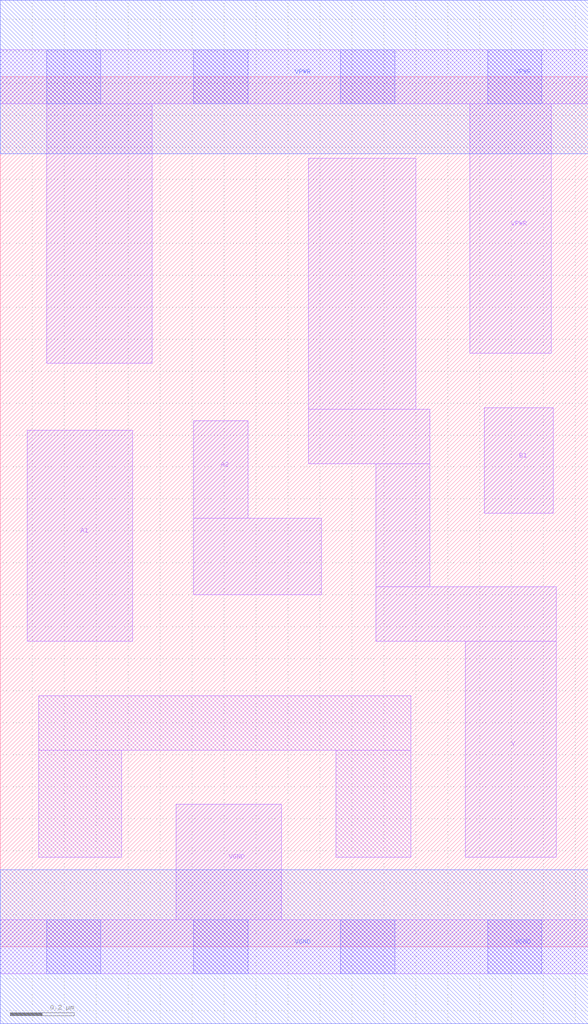
<source format=lef>
# Copyright 2020 The SkyWater PDK Authors
#
# Licensed under the Apache License, Version 2.0 (the "License");
# you may not use this file except in compliance with the License.
# You may obtain a copy of the License at
#
#     https://www.apache.org/licenses/LICENSE-2.0
#
# Unless required by applicable law or agreed to in writing, software
# distributed under the License is distributed on an "AS IS" BASIS,
# WITHOUT WARRANTIES OR CONDITIONS OF ANY KIND, either express or implied.
# See the License for the specific language governing permissions and
# limitations under the License.
#
# SPDX-License-Identifier: Apache-2.0

VERSION 5.7 ;
  NAMESCASESENSITIVE ON ;
  NOWIREEXTENSIONATPIN ON ;
  DIVIDERCHAR "/" ;
  BUSBITCHARS "[]" ;
UNITS
  DATABASE MICRONS 200 ;
END UNITS
MACRO sky130_fd_sc_hd__o21ai_0
  CLASS CORE ;
  SOURCE USER ;
  FOREIGN sky130_fd_sc_hd__o21ai_0 ;
  ORIGIN  0.000000  0.000000 ;
  SIZE  1.840000 BY  2.720000 ;
  SYMMETRY X Y R90 ;
  SITE unithd ;
  PIN A1
    ANTENNAGATEAREA  0.159000 ;
    DIRECTION INPUT ;
    USE SIGNAL ;
    PORT
      LAYER li1 ;
        RECT 0.085000 0.955000 0.415000 1.615000 ;
    END
  END A1
  PIN A2
    ANTENNAGATEAREA  0.159000 ;
    DIRECTION INPUT ;
    USE SIGNAL ;
    PORT
      LAYER li1 ;
        RECT 0.605000 1.100000 1.005000 1.340000 ;
        RECT 0.605000 1.340000 0.775000 1.645000 ;
    END
  END A2
  PIN B1
    ANTENNAGATEAREA  0.159000 ;
    DIRECTION INPUT ;
    USE SIGNAL ;
    PORT
      LAYER li1 ;
        RECT 1.515000 1.355000 1.730000 1.685000 ;
    END
  END B1
  PIN Y
    ANTENNADIFFAREA  0.290500 ;
    DIRECTION OUTPUT ;
    USE SIGNAL ;
    PORT
      LAYER li1 ;
        RECT 0.965000 1.510000 1.345000 1.680000 ;
        RECT 0.965000 1.680000 1.300000 2.465000 ;
        RECT 1.175000 0.955000 1.740000 1.125000 ;
        RECT 1.175000 1.125000 1.345000 1.510000 ;
        RECT 1.455000 0.280000 1.740000 0.955000 ;
    END
  END Y
  PIN VGND
    DIRECTION INOUT ;
    SHAPE ABUTMENT ;
    USE GROUND ;
    PORT
      LAYER li1 ;
        RECT 0.000000 -0.085000 1.840000 0.085000 ;
        RECT 0.550000  0.085000 0.880000 0.445000 ;
      LAYER mcon ;
        RECT 0.145000 -0.085000 0.315000 0.085000 ;
        RECT 0.605000 -0.085000 0.775000 0.085000 ;
        RECT 1.065000 -0.085000 1.235000 0.085000 ;
        RECT 1.525000 -0.085000 1.695000 0.085000 ;
      LAYER met1 ;
        RECT 0.000000 -0.240000 1.840000 0.240000 ;
    END
  END VGND
  PIN VPWR
    DIRECTION INOUT ;
    SHAPE ABUTMENT ;
    USE POWER ;
    PORT
      LAYER li1 ;
        RECT 0.000000 2.635000 1.840000 2.805000 ;
        RECT 0.145000 1.825000 0.475000 2.635000 ;
        RECT 1.470000 1.855000 1.725000 2.635000 ;
      LAYER mcon ;
        RECT 0.145000 2.635000 0.315000 2.805000 ;
        RECT 0.605000 2.635000 0.775000 2.805000 ;
        RECT 1.065000 2.635000 1.235000 2.805000 ;
        RECT 1.525000 2.635000 1.695000 2.805000 ;
      LAYER met1 ;
        RECT 0.000000 2.480000 1.840000 2.960000 ;
    END
  END VPWR
  OBS
    LAYER li1 ;
      RECT 0.120000 0.280000 0.380000 0.615000 ;
      RECT 0.120000 0.615000 1.285000 0.785000 ;
      RECT 1.050000 0.280000 1.285000 0.615000 ;
  END
END sky130_fd_sc_hd__o21ai_0
END LIBRARY

</source>
